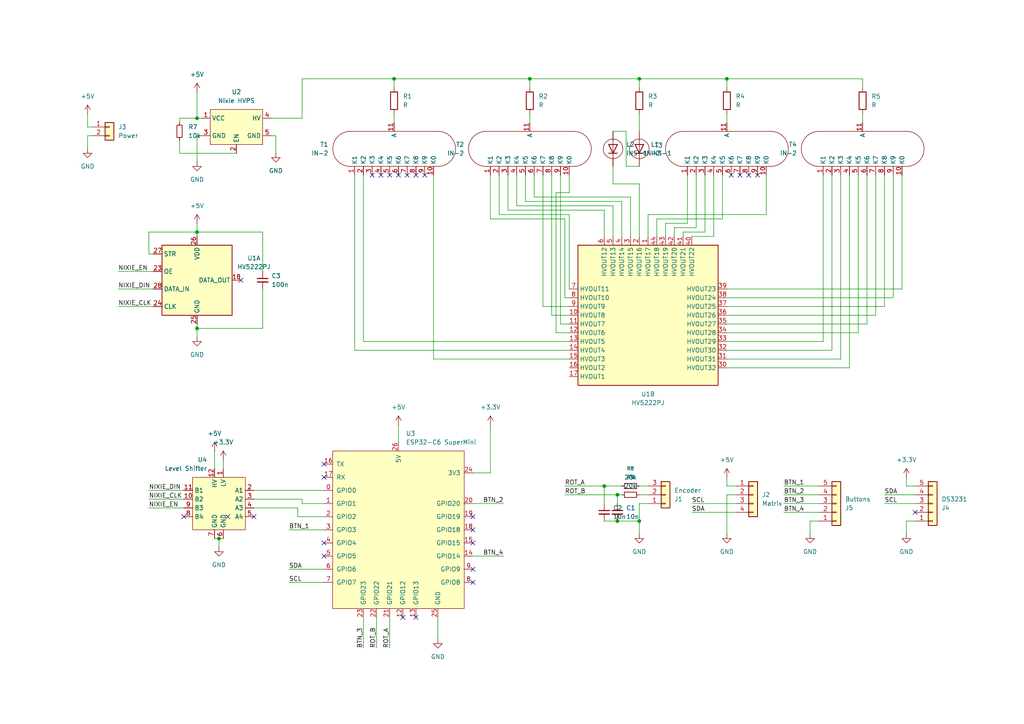
<source format=kicad_sch>
(kicad_sch (version 20250114) (generator "eeschema") (generator_version "9.0")
  (paper "A4")
  (title_block (title "IN-2 Nixie Clock") (rev "1.0") (company "StrangePlanet"))
  (lib_symbols
    (symbol "Connector_Generic:Conn_01x02" (pin_names (offset 1.016) (hide yes))
      (property "Reference" "J" (at 0 2.54 0))
      (property "Value" "Conn_01x02" (at 0 -5.08 0))
      (symbol "Conn_01x02_1_1"
        (rectangle (start -1.27 1.27) (end 1.27 -3.81) (stroke (width 0.254)) (fill (type background)))
        (rectangle (start -1.27 0.127) (end 0 -0.127) (stroke (width 0.1524)))
        (rectangle (start -1.27 -2.413) (end 0 -2.667) (stroke (width 0.1524)))
        (pin passive line (at -5.08 0 0) (length 3.81) (name "Pin_1") (number "1"))
        (pin passive line (at -5.08 -2.54 0) (length 3.81) (name "Pin_2") (number "2"))
      )
    )
    (symbol "Connector_Generic:Conn_01x03" (pin_names (offset 1.016) (hide yes))
      (property "Reference" "J" (at 0 5.08 0))
      (property "Value" "Conn_01x03" (at 0 -5.08 0))
      (symbol "Conn_01x03_1_1"
        (rectangle (start -1.27 3.81) (end 1.27 -3.81) (stroke (width 0.254)) (fill (type background)))
        (rectangle (start -1.27 2.667) (end 0 2.413) (stroke (width 0.1524)))
        (rectangle (start -1.27 0.127) (end 0 -0.127) (stroke (width 0.1524)))
        (rectangle (start -1.27 -2.413) (end 0 -2.667) (stroke (width 0.1524)))
        (pin passive line (at -5.08 2.54 0) (length 3.81) (name "Pin_1") (number "1"))
        (pin passive line (at -5.08 0 0) (length 3.81) (name "Pin_2") (number "2"))
        (pin passive line (at -5.08 -2.54 0) (length 3.81) (name "Pin_3") (number "3"))
      )
    )
    (symbol "Connector_Generic:Conn_01x04" (pin_names (offset 1.016) (hide yes))
      (property "Reference" "J" (at 0 5.08 0))
      (property "Value" "Conn_01x04" (at 0 -7.62 0))
      (symbol "Conn_01x04_1_1"
        (rectangle (start -1.27 3.81) (end 1.27 -6.35) (stroke (width 0.254)) (fill (type background)))
        (rectangle (start -1.27 2.667) (end 0 2.413) (stroke (width 0.1524)))
        (rectangle (start -1.27 0.127) (end 0 -0.127) (stroke (width 0.1524)))
        (rectangle (start -1.27 -2.413) (end 0 -2.667) (stroke (width 0.1524)))
        (rectangle (start -1.27 -4.953) (end 0 -5.207) (stroke (width 0.1524)))
        (pin passive line (at -5.08 2.54 0) (length 3.81) (name "Pin_1") (number "1"))
        (pin passive line (at -5.08 0 0) (length 3.81) (name "Pin_2") (number "2"))
        (pin passive line (at -5.08 -2.54 0) (length 3.81) (name "Pin_3") (number "3"))
        (pin passive line (at -5.08 -5.08 0) (length 3.81) (name "Pin_4") (number "4"))
      )
    )
    (symbol "Connector_Generic:Conn_01x05" (pin_names (offset 1.016) (hide yes))
      (property "Reference" "J" (at 0 7.62 0))
      (property "Value" "Conn_01x05" (at 0 -7.62 0))
      (symbol "Conn_01x05_1_1"
        (rectangle (start -1.27 6.35) (end 1.27 -6.35) (stroke (width 0.254)) (fill (type background)))
        (rectangle (start -1.27 5.207) (end 0 4.953) (stroke (width 0.1524)))
        (rectangle (start -1.27 2.667) (end 0 2.413) (stroke (width 0.1524)))
        (rectangle (start -1.27 0.127) (end 0 -0.127) (stroke (width 0.1524)))
        (rectangle (start -1.27 -2.413) (end 0 -2.667) (stroke (width 0.1524)))
        (rectangle (start -1.27 -4.953) (end 0 -5.207) (stroke (width 0.1524)))
        (pin passive line (at -5.08 5.08 0) (length 3.81) (name "Pin_1") (number "1"))
        (pin passive line (at -5.08 2.54 0) (length 3.81) (name "Pin_2") (number "2"))
        (pin passive line (at -5.08 0 0) (length 3.81) (name "Pin_3") (number "3"))
        (pin passive line (at -5.08 -2.54 0) (length 3.81) (name "Pin_4") (number "4"))
        (pin passive line (at -5.08 -5.08 0) (length 3.81) (name "Pin_5") (number "5"))
      )
    )
    (symbol "Device:C_Small" (pin_numbers (hide yes)) (pin_names (offset 0.254) (hide yes))
      (property "Reference" "C" (at 0.254 1.778 0))
      (property "Value" "C_Small" (at 0.254 -2.032 0))
      (symbol "C_Small_0_1"
        (polyline (pts (xy -1.524 0.508) (xy 1.524 0.508)) (stroke (width 0.3048)))
        (polyline (pts (xy -1.524 -0.508) (xy 1.524 -0.508)) (stroke (width 0.3302)))
      )
      (symbol "C_Small_1_1"
        (pin passive line (at 0 2.54 270) (length 2.032) (name "~") (number "1"))
        (pin passive line (at 0 -2.54 90) (length 2.032) (name "~") (number "2"))
      )
    )
    (symbol "Device:R" (pin_numbers (hide yes)) (pin_names (offset 0))
      (property "Reference" "R" (at 2.032 0 90))
      (property "Value" "R" (at 0 0 90))
      (symbol "R_0_1"
        (rectangle (start -1.016 -2.54) (end 1.016 2.54) (stroke (width 0.254)))
      )
      (symbol "R_1_1"
        (pin passive line (at 0 3.81 270) (length 1.27) (name "~") (number "1"))
        (pin passive line (at 0 -3.81 90) (length 1.27) (name "~") (number "2"))
      )
    )
    (symbol "Device:R_Small" (pin_numbers (hide yes)) (pin_names (offset 0.254) (hide yes))
      (property "Reference" "R" (at 0 0 90))
      (property "Value" "R_Small" (at 1.778 0 90))
      (symbol "R_Small_0_1"
        (rectangle (start -0.762 1.778) (end 0.762 -1.778) (stroke (width 0.2032)))
      )
      (symbol "R_Small_1_1"
        (pin passive line (at 0 2.54 270) (length 0.762) (name "~") (number "1"))
        (pin passive line (at 0 -2.54 90) (length 0.762) (name "~") (number "2"))
      )
    )
    (symbol "in-2-nixie:Adafruit_Level_Shifter"
      (property "Reference" "U" (at 4.064 8.636 0))
      (property "Value" "Level Shifter" (at 0 0 0))
      (symbol "Adafruit_Level_Shifter_0_0"
        (pin bidirectional line (at -10.16 3.81 0) (length 2.54) (name "A1") (number "2"))
        (pin bidirectional line (at -10.16 1.27 0) (length 2.54) (name "A2") (number "3"))
        (pin bidirectional line (at -10.16 -1.27 0) (length 2.54) (name "A3") (number "4"))
        (pin bidirectional line (at -10.16 -3.81 0) (length 2.54) (name "A4") (number "5"))
        (pin power_in line (at -1.27 10.16 270) (length 2.54) (name "LV") (number "1"))
        (pin power_in line (at -1.27 -10.16 90) (length 2.54) (name "GND") (number "6"))
        (pin power_in line (at 1.27 10.16 270) (length 2.54) (name "HV") (number "12"))
        (pin power_in line (at 1.27 -10.16 90) (length 2.54) (name "GND") (number "7"))
        (pin bidirectional line (at 10.16 3.81 180) (length 2.54) (name "B1") (number "11"))
        (pin bidirectional line (at 10.16 1.27 180) (length 2.54) (name "B2") (number "10"))
        (pin bidirectional line (at 10.16 -1.27 180) (length 2.54) (name "B3") (number "9"))
        (pin bidirectional line (at 10.16 -3.81 180) (length 2.54) (name "B4") (number "8"))
      )
      (symbol "Adafruit_Level_Shifter_1_1"
        (rectangle (start -7.62 7.62) (end 7.62 -7.62) (fill (type background)))
      )
    )
    (symbol "in-2-nixie:ESP32-C6-SuperMini" (pin_names (offset 1.016))
      (property "Reference" "U" (at -18.542 23.114 0))
      (property "Value" "ESP32-C6 SuperMini" (at -0.254 12.7 0))
      (symbol "ESP32-C6-SuperMini_1_0"
        (pin bidirectional line (at -10.16 -26.67 90) (length 2.54) (name "GPIO23") (number "23"))
        (pin bidirectional line (at -6.35 -26.67 90) (length 2.54) (name "GPIO22") (number "22"))
        (pin bidirectional line (at -2.54 -26.67 90) (length 2.54) (name "GPIO21") (number "21"))
        (pin bidirectional line (at 1.27 -26.67 90) (length 2.54) (name "GPIO12") (number "12"))
        (pin bidirectional line (at 5.08 -26.67 90) (length 2.54) (name "GPIO13") (number "13"))
      )
      (symbol "ESP32-C6-SuperMini_1_1"
        (rectangle (start -19.05 21.59) (end 19.05 -24.13) (fill (type background)))
        (pin output line (at -21.59 17.78 0) (length 2.54) (name "TX") (number "16"))
        (pin input line (at -21.59 13.97 0) (length 2.54) (name "RX") (number "17"))
        (pin bidirectional line (at -21.59 10.16 0) (length 2.54) (name "GPIO0") (number "0"))
        (pin bidirectional line (at -21.59 6.35 0) (length 2.54) (name "GPIO1") (number "1"))
        (pin bidirectional line (at -21.59 2.54 0) (length 2.54) (name "GPIO2") (number "2"))
        (pin bidirectional line (at -21.59 -1.27 0) (length 2.54) (name "GPIO3") (number "3"))
        (pin bidirectional line (at -21.59 -5.08 0) (length 2.54) (name "GPIO4") (number "4"))
        (pin bidirectional line (at -21.59 -8.89 0) (length 2.54) (name "GPIO5") (number "5"))
        (pin bidirectional line (at -21.59 -12.7 0) (length 2.54) (name "GPIO6") (number "6"))
        (pin bidirectional line (at -21.59 -16.51 0) (length 2.54) (name "GPIO7") (number "7"))
        (pin power_in line (at 0 24.13 270) (length 2.54) (name "5V") (number "26"))
        (pin power_in line (at 11.43 -26.67 90) (length 2.54) (name "GND") (number "25"))
        (pin power_out line (at 21.59 15.24 180) (length 2.54) (name "3V3") (number "24"))
        (pin bidirectional line (at 21.59 6.35 180) (length 2.54) (name "GPIO20") (number "20"))
        (pin bidirectional line (at 21.59 2.54 180) (length 2.54) (name "GPIO19") (number "19"))
        (pin bidirectional line (at 21.59 -1.27 180) (length 2.54) (name "GPIO18") (number "18"))
        (pin bidirectional line (at 21.59 -5.08 180) (length 2.54) (name "GPIO15") (number "15"))
        (pin bidirectional line (at 21.59 -8.89 180) (length 2.54) (name "GPIO14") (number "14"))
        (pin bidirectional line (at 21.59 -12.7 180) (length 2.54) (name "GPIO9") (number "9"))
        (pin bidirectional line (at 21.59 -16.51 180) (length 2.54) (name "GPIO8") (number "8"))
      )
    )
    (symbol "in-2-nixie:HV5222PJ"
      (property "Reference" "U" (at 2.032 11.43 0))
      (property "Value" "HV5222PJ" (at 5.842 -12.192 0))
      (symbol "HV5222PJ_1_1"
        (rectangle (start -10.16 10.16) (end 10.16 -10.16) (stroke (width 0.254)) (fill (type background)))
        (pin input line (at -12.7 7.62 0) (length 2.54) (name "STR") (number "27"))
        (pin input line (at -12.7 2.54 0) (length 2.54) (name "OE") (number "23"))
        (pin input line (at -12.7 -2.54 0) (length 2.54) (name "DATA_IN") (number "28"))
        (pin input line (at -12.7 -7.62 0) (length 2.54) (name "CLK") (number "24"))
        (pin power_in line (at 0 12.7 270) (length 2.54) (name "VDD") (number "26"))
        (pin power_in line (at 0 -12.7 90) (length 2.54) (name "GND") (number "25"))
        (pin output line (at 12.7 0 180) (length 2.54) (name "DATA_OUT") (number "18"))
        (pin no_connect line (at 26.67 10.16 180) (length 2.54) (hide yes) (name "NC") (number "29"))
        (pin no_connect line (at 26.67 6.35 180) (length 2.54) (hide yes) (name "NC") (number "22"))
        (pin no_connect line (at 26.67 2.54 180) (length 2.54) (hide yes) (name "NC") (number "19"))
        (pin no_connect line (at 26.67 -1.27 180) (length 2.54) (hide yes) (name "NC") (number "20"))
        (pin no_connect line (at 26.67 -5.08 180) (length 2.54) (hide yes) (name "NC") (number "21"))
      )
      (symbol "HV5222PJ_2_0"
        (pin open_collector line (at 22.86 -5.08 180) (length 2.54) (name "HVOUT28") (number "34"))
        (pin open_collector line (at 22.86 -7.62 180) (length 2.54) (name "HVOUT29") (number "33"))
        (pin open_collector line (at 22.86 -10.16 180) (length 2.54) (name "HVOUT30") (number "32"))
        (pin open_collector line (at 22.86 -12.7 180) (length 2.54) (name "HVOUT31") (number "31"))
        (pin open_collector line (at 22.86 -15.24 180) (length 2.54) (name "HVOUT32") (number "30"))
      )
      (symbol "HV5222PJ_2_1"
        (rectangle (start -20.32 20.32) (end 20.32 -20.3199) (stroke (width 0.254)) (fill (type background)))
        (pin open_collector line (at -22.86 7.62 0) (length 2.54) (name "HVOUT11") (number "7"))
        (pin open_collector line (at -22.86 5.08 0) (length 2.54) (name "HVOUT10") (number "8"))
        (pin open_collector line (at -22.86 2.54 0) (length 2.54) (name "HVOUT9") (number "9"))
        (pin open_collector line (at -22.86 0 0) (length 2.54) (name "HVOUT8") (number "10"))
        (pin open_collector line (at -22.86 -2.54 0) (length 2.54) (name "HVOUT7") (number "11"))
        (pin open_collector line (at -22.86 -5.08 0) (length 2.54) (name "HVOUT6") (number "12"))
        (pin open_collector line (at -22.86 -7.62 0) (length 2.54) (name "HVOUT5") (number "13"))
        (pin open_collector line (at -22.86 -10.16 0) (length 2.54) (name "HVOUT4") (number "14"))
        (pin open_collector line (at -22.86 -12.7 0) (length 2.54) (name "HVOUT3") (number "15"))
        (pin open_collector line (at -22.86 -15.24 0) (length 2.54) (name "HVOUT2") (number "16"))
        (pin open_collector line (at -22.86 -17.78 0) (length 2.54) (name "HVOUT1") (number "17"))
        (pin open_collector line (at -12.7 22.86 270) (length 2.54) (name "HVOUT12") (number "6"))
        (pin open_collector line (at -10.16 22.86 270) (length 2.54) (name "HVOUT13") (number "5"))
        (pin open_collector line (at -7.62 22.86 270) (length 2.54) (name "HVOUT14") (number "4"))
        (pin open_collector line (at -5.08 22.86 270) (length 2.54) (name "HVOUT15") (number "3"))
        (pin open_collector line (at -2.54 22.86 270) (length 2.54) (name "HVOUT16") (number "2"))
        (pin open_collector line (at 0 22.86 270) (length 2.54) (name "HVOUT17") (number "1"))
        (pin open_collector line (at 2.54 22.86 270) (length 2.54) (name "HVOUT18") (number "44"))
        (pin open_collector line (at 5.08 22.86 270) (length 2.54) (name "HVOUT19") (number "43"))
        (pin open_collector line (at 7.62 22.86 270) (length 2.54) (name "HVOUT20") (number "42"))
        (pin open_collector line (at 10.16 22.86 270) (length 2.54) (name "HVOUT21") (number "41"))
        (pin open_collector line (at 12.7 22.86 270) (length 2.54) (name "HVOUT22") (number "40"))
        (pin open_collector line (at 22.86 7.62 180) (length 2.54) (name "HVOUT23") (number "39"))
        (pin open_collector line (at 22.86 5.08 180) (length 2.54) (name "HVOUT24") (number "38"))
        (pin open_collector line (at 22.86 2.54 180) (length 2.54) (name "HVOUT25") (number "37"))
        (pin open_collector line (at 22.86 0 180) (length 2.54) (name "HVOUT26") (number "36"))
        (pin open_collector line (at 22.86 -2.54 180) (length 2.54) (name "HVOUT27") (number "35"))
      )
    )
    (symbol "in-2-nixie:IN-2_Nixie_Tube"
      (property "Reference" "T" (at 0 19.558 0))
      (property "Value" "IN-2" (at 0 0 0))
      (symbol "IN-2_Nixie_Tube_0_0"
        (pin passive line (at -7.62 11.43 0) (length 2.54) (name "K1") (number "1"))
        (pin passive line (at -7.62 8.89 0) (length 2.54) (name "K2") (number "2"))
        (pin passive line (at -7.62 6.35 0) (length 2.54) (name "K3") (number "3"))
        (pin passive line (at -7.62 3.81 0) (length 2.54) (name "K4") (number "4"))
        (pin passive line (at -7.62 1.27 0) (length 2.54) (name "K5") (number "5"))
        (pin passive line (at -7.62 -1.27 0) (length 2.54) (name "K6") (number "6"))
        (pin passive line (at -7.62 -3.81 0) (length 2.54) (name "K7") (number "7"))
        (pin passive line (at -7.62 -6.35 0) (length 2.54) (name "K8") (number "8"))
        (pin passive line (at -7.62 -8.89 0) (length 2.54) (name "K9") (number "9"))
        (pin passive line (at -7.62 -11.43 0) (length 2.54) (name "K0") (number "10"))
        (pin passive line (at 7.62 0 180) (length 2.54) (name "A") (number "11"))
      )
      (symbol "IN-2_Nixie_Tube_1_1"
        (polyline (pts (xy -5.08 -12.7) (xy -5.08 12.7)))
        (arc (start -5.08 12.7) (mid 0 17.78) (end 5.08 12.7))
        (arc (start 5.08 -12.7) (mid 0 -17.8253) (end -5.08 -12.7))
        (polyline (pts (xy 5.08 -12.7) (xy 5.08 12.7)))
      )
    )
    (symbol "in-2-nixie:INS-1_Nixie_Tube" (pin_numbers (hide yes)) (pin_names (hide yes))
      (property "Reference" "L" (at 0 4.064 0))
      (property "Value" "INS-1" (at 0 -4.064 0))
      (symbol "INS-1_Nixie_Tube_0_0"
        (pin passive line (at -5.08 0 0) (length 2.54) (name "K") (number "1"))
        (pin passive line (at 5.08 0 180) (length 2.54) (name "A") (number "2"))
      )
      (symbol "INS-1_Nixie_Tube_0_1"
        (polyline (pts (xy -2.54 0) (xy 2.54 0)))
        (polyline (pts (xy -1.27 -1.27) (xy -1.27 1.27)) (stroke (width 0.254)))
        (circle (center 0 0) (radius 2.8398))
        (polyline (pts (xy 1.27 -1.27) (xy 1.27 1.27) (xy -1.27 0) (xy 1.27 -1.27)) (stroke (width 0.254)))
      )
    )
    (symbol "in-2-nixie:Neonworks_Nixie_Power_Supply"
      (property "Reference" "U" (at 0 6.35 0))
      (property "Value" "Nixie HVPS" (at 0 0 0))
      (symbol "Neonworks_Nixie_Power_Supply_0_0"
        (pin power_in line (at -10.16 2.54 0) (length 2.54) (name "VCC") (number "1"))
        (pin power_in line (at -10.16 -2.54 0) (length 2.54) (name "GND") (number "3"))
        (pin input line (at 0 -7.62 90) (length 2.54) (name "EN") (number "2"))
        (pin power_out line (at 10.16 2.54 180) (length 2.54) (name "HV") (number "4"))
        (pin power_out line (at 10.16 -2.54 180) (length 2.54) (name "GND") (number "5"))
      )
      (symbol "Neonworks_Nixie_Power_Supply_1_1"
        (rectangle (start -7.62 5.08) (end 7.62 -5.08) (fill (type background)))
      )
    )
    (symbol "power:+3.3V" (power) (pin_numbers (hide yes)) (pin_names (offset 0) (hide yes))
      (property "Value" "+3.3V" (at 0 3.556 0))
      (symbol "+3.3V_0_1"
        (polyline (pts (xy -0.762 1.27) (xy 0 2.54)))
        (polyline (pts (xy 0 2.54) (xy 0.762 1.27)))
        (polyline (pts (xy 0 0) (xy 0 2.54)))
      )
      (symbol "+3.3V_1_1"
        (pin power_in line (at 0 0 90) (length 0) (name "~") (number "1"))
      )
    )
    (symbol "power:+5V" (power) (pin_numbers (hide yes)) (pin_names (offset 0) (hide yes))
      (property "Value" "+5V" (at 0 3.556 0))
      (symbol "+5V_0_1"
        (polyline (pts (xy -0.762 1.27) (xy 0 2.54)))
        (polyline (pts (xy 0 2.54) (xy 0.762 1.27)))
        (polyline (pts (xy 0 0) (xy 0 2.54)))
      )
      (symbol "+5V_1_1"
        (pin power_in line (at 0 0 90) (length 0) (name "~") (number "1"))
      )
    )
    (symbol "power:GND" (power) (pin_numbers (hide yes)) (pin_names (offset 0) (hide yes))
      (property "Value" "GND" (at 0 -3.81 0))
      (symbol "GND_0_1"
        (polyline (pts (xy 0 0) (xy 0 -1.27) (xy 1.27 -1.27) (xy 0 -2.54) (xy -1.27 -1.27) (xy 0 -1.27)))
      )
      (symbol "GND_1_1"
        (pin power_in line (at 0 0 270) (length 0) (name "~") (number "1"))
      )
    )
  )
  (junction (at 153.67 22.86))
  (junction (at 63.5 156.21))
  (junction (at 185.42 22.86))
  (junction (at 57.15 34.29))
  (junction (at 179.07 151.13))
  (junction (at 210.82 22.86))
  (junction (at 175.26 140.97))
  (junction (at 57.15 67.31))
  (junction (at 114.3 22.86))
  (junction (at 179.07 143.51))
  (junction (at 185.42 151.13))
  (junction (at 57.15 95.25))
  (no_connect (at 120.65 179.07))
  (no_connect (at 93.98 138.43))
  (no_connect (at 73.66 149.86))
  (no_connect (at 116.84 179.07))
  (no_connect (at 137.16 168.91))
  (no_connect (at 265.43 148.59))
  (no_connect (at 113.03 50.8))
  (no_connect (at 214.63 50.8))
  (no_connect (at 110.49 50.8))
  (no_connect (at 93.98 161.29))
  (no_connect (at 66.04 149.86))
  (no_connect (at 93.98 157.48))
  (no_connect (at 219.71 50.8))
  (no_connect (at 137.16 149.86))
  (no_connect (at 217.17 50.8))
  (no_connect (at 69.85 81.28))
  (no_connect (at 118.11 50.8))
  (no_connect (at 137.16 157.48))
  (no_connect (at 120.65 50.8))
  (no_connect (at 107.95 50.8))
  (no_connect (at 137.16 165.1))
  (no_connect (at 212.09 50.8))
  (no_connect (at 137.16 153.67))
  (no_connect (at 123.19 50.8))
  (no_connect (at 115.57 50.8))
  (no_connect (at 53.34 149.86))
  (no_connect (at 93.98 134.62))
  (wire (pts (xy 127 179.07) (xy 127 185.42)))
  (wire (pts (xy 204.47 50.8) (xy 204.47 67.31)))
  (wire (pts (xy 105.41 99.06) (xy 105.41 50.8)))
  (wire (pts (xy 177.8 68.58) (xy 177.8 59.69)))
  (wire (pts (xy 210.82 143.51) (xy 213.36 143.51)))
  (wire (pts (xy 210.82 22.86) (xy 250.19 22.86)))
  (wire (pts (xy 210.82 83.82) (xy 261.62 83.82)))
  (wire (pts (xy 177.8 59.69) (xy 149.86 59.69)))
  (wire (pts (xy 185.42 22.86) (xy 185.42 25.4)))
  (wire (pts (xy 57.15 95.25) (xy 57.15 97.79)))
  (wire (pts (xy 248.92 96.52) (xy 248.92 50.8)))
  (wire (pts (xy 25.4 33.02) (xy 25.4 36.83)))
  (wire (pts (xy 227.33 146.05) (xy 237.49 146.05)))
  (wire (pts (xy 115.57 123.19) (xy 115.57 128.27)))
  (wire (pts (xy 43.18 142.24) (xy 53.34 142.24)))
  (wire (pts (xy 180.34 58.42) (xy 152.4 58.42)))
  (wire (pts (xy 93.98 149.86) (xy 86.36 149.86)))
  (wire (pts (xy 222.25 62.23) (xy 222.25 50.8)))
  (wire (pts (xy 43.18 147.32) (xy 53.34 147.32)))
  (wire (pts (xy 198.12 68.58) (xy 198.12 67.31)))
  (wire (pts (xy 207.01 68.58) (xy 207.01 50.8)))
  (wire (pts (xy 250.19 33.02) (xy 250.19 35.56)))
  (wire (pts (xy 165.1 91.44) (xy 160.02 91.44)))
  (wire (pts (xy 200.66 146.05) (xy 213.36 146.05)))
  (wire (pts (xy 201.93 66.04) (xy 201.93 50.8)))
  (wire (pts (xy 26.67 36.83) (xy 25.4 36.83)))
  (wire (pts (xy 210.82 96.52) (xy 248.92 96.52)))
  (wire (pts (xy 153.67 22.86) (xy 153.67 25.4)))
  (wire (pts (xy 175.26 68.58) (xy 175.26 60.96)))
  (wire (pts (xy 175.26 140.97) (xy 180.34 140.97)))
  (wire (pts (xy 57.15 26.67) (xy 57.15 34.29)))
  (wire (pts (xy 250.19 22.86) (xy 250.19 25.4)))
  (wire (pts (xy 165.1 104.14) (xy 125.73 104.14)))
  (wire (pts (xy 165.1 99.06) (xy 105.41 99.06)))
  (wire (pts (xy 114.3 22.86) (xy 153.67 22.86)))
  (wire (pts (xy 198.12 67.31) (xy 204.47 67.31)))
  (wire (pts (xy 195.58 66.04) (xy 201.93 66.04)))
  (wire (pts (xy 144.78 62.23) (xy 144.78 50.8)))
  (wire (pts (xy 57.15 93.98) (xy 57.15 95.25)))
  (wire (pts (xy 160.02 50.8) (xy 160.02 91.44)))
  (wire (pts (xy 210.82 88.9) (xy 256.54 88.9)))
  (wire (pts (xy 64.77 133.35) (xy 64.77 135.89)))
  (wire (pts (xy 241.3 101.6) (xy 241.3 50.8)))
  (wire (pts (xy 78.74 34.29) (xy 87.63 34.29)))
  (wire (pts (xy 137.16 146.05) (xy 146.05 146.05)))
  (wire (pts (xy 63.5 156.21) (xy 63.5 158.75)))
  (wire (pts (xy 57.15 64.77) (xy 57.15 67.31)))
  (wire (pts (xy 76.2 95.25) (xy 57.15 95.25)))
  (wire (pts (xy 87.63 34.29) (xy 87.63 22.86)))
  (wire (pts (xy 210.82 22.86) (xy 210.82 25.4)))
  (wire (pts (xy 175.26 140.97) (xy 175.26 146.05)))
  (wire (pts (xy 246.38 106.68) (xy 246.38 50.8)))
  (wire (pts (xy 109.22 179.07) (xy 109.22 187.96)))
  (wire (pts (xy 177.8 38.1) (xy 181.61 38.1)))
  (wire (pts (xy 210.82 86.36) (xy 259.08 86.36)))
  (wire (pts (xy 180.34 68.58) (xy 180.34 58.42)))
  (wire (pts (xy 86.36 149.86) (xy 86.36 147.32)))
  (wire (pts (xy 165.1 86.36) (xy 163.83 86.36)))
  (wire (pts (xy 185.42 22.86) (xy 210.82 22.86)))
  (wire (pts (xy 210.82 143.51) (xy 210.82 154.94)))
  (wire (pts (xy 210.82 101.6) (xy 241.3 101.6)))
  (wire (pts (xy 25.4 39.37) (xy 25.4 43.18)))
  (wire (pts (xy 210.82 106.68) (xy 246.38 106.68)))
  (wire (pts (xy 52.07 34.29) (xy 52.07 35.56)))
  (wire (pts (xy 58.42 34.29) (xy 57.15 34.29)))
  (wire (pts (xy 43.18 67.31) (xy 57.15 67.31)))
  (wire (pts (xy 26.67 39.37) (xy 25.4 39.37)))
  (wire (pts (xy 265.43 151.13) (xy 262.89 151.13)))
  (wire (pts (xy 187.96 68.58) (xy 187.96 62.23)))
  (wire (pts (xy 125.73 104.14) (xy 125.73 50.8)))
  (wire (pts (xy 165.1 55.88) (xy 165.1 50.8)))
  (wire (pts (xy 185.42 140.97) (xy 187.96 140.97)))
  (wire (pts (xy 80.01 39.37) (xy 80.01 44.45)))
  (wire (pts (xy 185.42 143.51) (xy 187.96 143.51)))
  (wire (pts (xy 163.83 63.5) (xy 142.24 63.5)))
  (wire (pts (xy 200.66 148.59) (xy 213.36 148.59)))
  (wire (pts (xy 165.1 88.9) (xy 157.48 88.9)))
  (wire (pts (xy 254 91.44) (xy 254 50.8)))
  (wire (pts (xy 43.18 73.66) (xy 44.45 73.66)))
  (wire (pts (xy 83.82 168.91) (xy 93.98 168.91)))
  (wire (pts (xy 157.48 88.9) (xy 157.48 50.8)))
  (wire (pts (xy 256.54 88.9) (xy 256.54 50.8)))
  (wire (pts (xy 154.94 57.15) (xy 154.94 50.8)))
  (wire (pts (xy 265.43 140.97) (xy 262.89 140.97)))
  (wire (pts (xy 57.15 39.37) (xy 57.15 46.99)))
  (wire (pts (xy 238.76 99.06) (xy 238.76 50.8)))
  (wire (pts (xy 182.88 68.58) (xy 182.88 57.15)))
  (wire (pts (xy 200.66 68.58) (xy 207.01 68.58)))
  (wire (pts (xy 137.16 161.29) (xy 146.05 161.29)))
  (wire (pts (xy 43.18 67.31) (xy 43.18 73.66)))
  (wire (pts (xy 105.41 179.07) (xy 105.41 187.96)))
  (wire (pts (xy 213.36 140.97) (xy 210.82 140.97)))
  (wire (pts (xy 114.3 33.02) (xy 114.3 35.56)))
  (wire (pts (xy 76.2 83.82) (xy 76.2 95.25)))
  (wire (pts (xy 210.82 104.14) (xy 243.84 104.14)))
  (wire (pts (xy 210.82 91.44) (xy 254 91.44)))
  (wire (pts (xy 142.24 63.5) (xy 142.24 50.8)))
  (wire (pts (xy 199.39 64.77) (xy 199.39 50.8)))
  (wire (pts (xy 185.42 146.05) (xy 185.42 151.13)))
  (wire (pts (xy 73.66 142.24) (xy 93.98 142.24)))
  (wire (pts (xy 181.61 38.1) (xy 181.61 48.26)))
  (wire (pts (xy 57.15 67.31) (xy 57.15 68.58)))
  (wire (pts (xy 182.88 57.15) (xy 154.94 57.15)))
  (wire (pts (xy 227.33 148.59) (xy 237.49 148.59)))
  (wire (pts (xy 62.23 130.81) (xy 62.23 135.89)))
  (wire (pts (xy 262.89 140.97) (xy 262.89 138.43)))
  (wire (pts (xy 179.07 143.51) (xy 179.07 146.05)))
  (wire (pts (xy 210.82 93.98) (xy 251.46 93.98)))
  (wire (pts (xy 243.84 104.14) (xy 243.84 50.8)))
  (wire (pts (xy 52.07 34.29) (xy 57.15 34.29)))
  (wire (pts (xy 251.46 93.98) (xy 251.46 50.8)))
  (wire (pts (xy 162.56 93.98) (xy 162.56 50.8)))
  (wire (pts (xy 83.82 165.1) (xy 93.98 165.1)))
  (wire (pts (xy 153.67 22.86) (xy 185.42 22.86)))
  (wire (pts (xy 185.42 146.05) (xy 187.96 146.05)))
  (wire (pts (xy 102.87 101.6) (xy 102.87 50.8)))
  (wire (pts (xy 163.83 86.36) (xy 163.83 63.5)))
  (wire (pts (xy 165.1 96.52) (xy 161.29 96.52)))
  (wire (pts (xy 179.07 151.13) (xy 185.42 151.13)))
  (wire (pts (xy 34.29 83.82) (xy 44.45 83.82)))
  (wire (pts (xy 210.82 33.02) (xy 210.82 35.56)))
  (wire (pts (xy 256.54 146.05) (xy 265.43 146.05)))
  (wire (pts (xy 142.24 137.16) (xy 142.24 123.19)))
  (wire (pts (xy 93.98 146.05) (xy 87.63 146.05)))
  (wire (pts (xy 113.03 179.07) (xy 113.03 187.96)))
  (wire (pts (xy 149.86 59.69) (xy 149.86 50.8)))
  (wire (pts (xy 165.1 83.82) (xy 165.1 62.23)))
  (wire (pts (xy 63.5 156.21) (xy 64.77 156.21)))
  (wire (pts (xy 161.29 96.52) (xy 161.29 55.88)))
  (wire (pts (xy 175.26 60.96) (xy 147.32 60.96)))
  (wire (pts (xy 114.3 22.86) (xy 114.3 25.4)))
  (wire (pts (xy 195.58 68.58) (xy 195.58 66.04)))
  (wire (pts (xy 181.61 48.26) (xy 185.42 48.26)))
  (wire (pts (xy 137.16 137.16) (xy 142.24 137.16)))
  (wire (pts (xy 185.42 53.34) (xy 177.8 53.34)))
  (wire (pts (xy 190.5 63.5) (xy 209.55 63.5)))
  (wire (pts (xy 58.42 39.37) (xy 57.15 39.37)))
  (wire (pts (xy 76.2 67.31) (xy 57.15 67.31)))
  (wire (pts (xy 34.29 88.9) (xy 44.45 88.9)))
  (wire (pts (xy 187.96 62.23) (xy 222.25 62.23)))
  (wire (pts (xy 262.89 151.13) (xy 262.89 154.94)))
  (wire (pts (xy 153.67 33.02) (xy 153.67 35.56)))
  (wire (pts (xy 193.04 64.77) (xy 199.39 64.77)))
  (wire (pts (xy 62.23 156.21) (xy 63.5 156.21)))
  (wire (pts (xy 152.4 58.42) (xy 152.4 50.8)))
  (wire (pts (xy 163.83 143.51) (xy 179.07 143.51)))
  (wire (pts (xy 209.55 63.5) (xy 209.55 50.8)))
  (wire (pts (xy 87.63 144.78) (xy 87.63 146.05)))
  (wire (pts (xy 165.1 62.23) (xy 144.78 62.23)))
  (wire (pts (xy 234.95 151.13) (xy 234.95 154.94)))
  (wire (pts (xy 165.1 93.98) (xy 162.56 93.98)))
  (wire (pts (xy 185.42 151.13) (xy 185.42 154.94)))
  (wire (pts (xy 78.74 39.37) (xy 80.01 39.37)))
  (wire (pts (xy 210.82 140.97) (xy 210.82 138.43)))
  (wire (pts (xy 190.5 68.58) (xy 190.5 63.5)))
  (wire (pts (xy 175.26 151.13) (xy 179.07 151.13)))
  (wire (pts (xy 73.66 144.78) (xy 87.63 144.78)))
  (wire (pts (xy 163.83 140.97) (xy 175.26 140.97)))
  (wire (pts (xy 87.63 22.86) (xy 114.3 22.86)))
  (wire (pts (xy 185.42 33.02) (xy 185.42 38.1)))
  (wire (pts (xy 227.33 140.97) (xy 237.49 140.97)))
  (wire (pts (xy 43.18 144.78) (xy 53.34 144.78)))
  (wire (pts (xy 161.29 55.88) (xy 165.1 55.88)))
  (wire (pts (xy 52.07 40.64) (xy 52.07 44.45)))
  (wire (pts (xy 86.36 147.32) (xy 73.66 147.32)))
  (wire (pts (xy 177.8 53.34) (xy 177.8 48.26)))
  (wire (pts (xy 256.54 143.51) (xy 265.43 143.51)))
  (wire (pts (xy 34.29 78.74) (xy 44.45 78.74)))
  (wire (pts (xy 179.07 143.51) (xy 180.34 143.51)))
  (wire (pts (xy 227.33 143.51) (xy 237.49 143.51)))
  (wire (pts (xy 83.82 153.67) (xy 93.98 153.67)))
  (wire (pts (xy 193.04 68.58) (xy 193.04 64.77)))
  (wire (pts (xy 165.1 101.6) (xy 102.87 101.6)))
  (wire (pts (xy 185.42 68.58) (xy 185.42 53.34)))
  (wire (pts (xy 237.49 151.13) (xy 234.95 151.13)))
  (wire (pts (xy 210.82 99.06) (xy 238.76 99.06)))
  (wire (pts (xy 76.2 78.74) (xy 76.2 67.31)))
  (wire (pts (xy 261.62 83.82) (xy 261.62 50.8)))
  (wire (pts (xy 147.32 60.96) (xy 147.32 50.8)))
  (wire (pts (xy 259.08 86.36) (xy 259.08 50.8)))
  (wire (pts (xy 52.07 44.45) (xy 68.58 44.45)))
  (label "NIXIE_CLK" (at 34.29 88.9 0))
  (label "NIXIE_EN" (at 34.29 78.74 0))
  (label "BTN_2" (at 146.05 146.05 180))
  (label "BTN_4" (at 227.33 148.59 0))
  (label "NIXIE_CLK" (at 43.18 144.78 0))
  (label "ROT_B" (at 163.83 143.51 0))
  (label "NIXIE_EN" (at 43.18 147.32 0))
  (label "BTN_3" (at 227.33 146.05 0))
  (label "BTN_1" (at 83.82 153.67 0))
  (label "SCL" (at 83.82 168.91 0))
  (label "ROT_B" (at 109.22 187.96 90))
  (label "BTN_2" (at 227.33 143.51 0))
  (label "BTN_3" (at 105.41 187.96 90))
  (label "SDA" (at 83.82 165.1 0))
  (label "ROT_A" (at 163.83 140.97 0))
  (label "SDA" (at 200.66 148.59 0))
  (label "NIXIE_DIN" (at 34.29 83.82 0))
  (label "SCL" (at 200.66 146.05 0))
  (label "NIXIE_DIN" (at 43.18 142.24 0))
  (label "ROT_A" (at 113.03 187.96 90))
  (label "SDA" (at 256.54 143.51 0))
  (label "BTN_1" (at 227.33 140.97 0))
  (label "BTN_4" (at 146.05 161.29 180))
  (label "SCL" (at 256.54 146.05 0))
  (symbol (lib_id "power:GND") (at 185.42 154.94 0) (unit 1)
    (property "Reference" "#PWR02" (effects (hide yes)))
    (property "Value" "GND" (at 185.42 160.02 0))
    (property "Description" "Power symbol creates a global label with name \"GND\" , ground" (effects (hide yes)))
  )
  (symbol (lib_id "in-2-nixie:IN-2_Nixie_Tube") (at 114.3 43.18 90) (unit 1)
    (property "Reference" "T1" (at 95.25 41.9099 90) (effects (justify left)))
    (property "Value" "IN-2" (at 95.25 44.4499 90) (effects (justify left)))
    (property "Footprint" "in-2-nixie:IN-2 Nixie Tube" (effects (hide yes)))
  )
  (symbol (lib_id "Device:R_Small") (at 182.88 143.51 90) (unit 1)
    (property "Reference" "R9" (at 182.88 138.43 90) (effects (font (size 1.016 1.016))))
    (property "Value" "20k" (at 182.88 140.97 90))
    (property "Footprint" "Resistor_THT:R_Axial_DIN0207_L6.3mm_D2.5mm_P7.62mm_Horizontal" (effects (hide yes)))
    (property "Description" "Resistor, small symbol" (effects (hide yes)))
  )
  (symbol (lib_id "Connector_Generic:Conn_01x04") (at 218.44 143.51 0) (unit 1)
    (property "Reference" "J2" (at 220.98 143.5099 0) (effects (justify left)))
    (property "Value" "Matrix" (at 220.98 146.0499 0) (effects (justify left)))
    (property "Footprint" "Connector_PinHeader_2.54mm:PinHeader_1x04_P2.54mm_Vertical" (effects (hide yes)))
    (property "Description" "Generic connector, single row, 01x04, script generated (kicad-library-utils/schlib/autogen/connector/)" (effects (hide yes)))
  )
  (symbol (lib_id "Device:R") (at 114.3 29.21 180) (unit 1)
    (property "Reference" "R1" (at 116.84 27.9399 0) (effects (justify right)))
    (property "Value" "R" (at 116.84 30.4799 0) (effects (justify right)))
    (property "Footprint" "Resistor_THT:R_Axial_DIN0207_L6.3mm_D2.5mm_P7.62mm_Horizontal" (effects (hide yes)))
    (property "Description" "Resistor" (effects (hide yes)))
  )
  (symbol (lib_id "power:+5V") (at 25.4 33.02 0) (unit 1)
    (property "Reference" "#PWR03" (effects (hide yes)))
    (property "Value" "+5V" (at 25.4 27.94 0))
    (property "Description" "Power symbol creates a global label with name \"+5V\"" (effects (hide yes)))
  )
  (symbol (lib_id "Device:R") (at 185.42 29.21 180) (unit 1)
    (property "Reference" "R3" (at 187.96 27.9399 0) (effects (justify right)))
    (property "Value" "R" (at 187.96 30.4799 0) (effects (justify right)))
    (property "Footprint" "Resistor_THT:R_Axial_DIN0207_L6.3mm_D2.5mm_P7.62mm_Horizontal" (effects (hide yes)))
    (property "Description" "Resistor" (effects (hide yes)))
  )
  (symbol (lib_id "power:+3.3V") (at 64.77 133.35 0) (unit 1)
    (property "Reference" "#PWR019" (effects (hide yes)))
    (property "Value" "+3.3V" (at 64.77 128.27 0))
    (property "Description" "Power symbol creates a global label with name \"+3.3V\"" (effects (hide yes)))
  )
  (symbol (lib_id "power:+5V") (at 210.82 138.43 0) (unit 1)
    (property "Reference" "#PWR01" (effects (hide yes)))
    (property "Value" "+5V" (at 210.82 133.35 0))
    (property "Description" "Power symbol creates a global label with name \"+5V\"" (effects (hide yes)))
  )
  (symbol (lib_id "power:GND") (at 80.01 44.45 0) (unit 1)
    (property "Reference" "#PWR09" (effects (hide yes)))
    (property "Value" "GND" (at 80.01 49.53 0))
    (property "Description" "Power symbol creates a global label with name \"GND\" , ground" (effects (hide yes)))
  )
  (symbol (lib_id "Device:R_Small") (at 182.88 140.97 90) (unit 1)
    (property "Reference" "R8" (at 182.88 135.89 90) (effects (font (size 1.016 1.016))))
    (property "Value" "20k" (at 182.88 138.43 90))
    (property "Footprint" "Resistor_THT:R_Axial_DIN0207_L6.3mm_D2.5mm_P7.62mm_Horizontal" (effects (hide yes)))
    (property "Description" "Resistor, small symbol" (effects (hide yes)))
  )
  (symbol (lib_id "power:GND") (at 127 185.42 0) (unit 1)
    (property "Reference" "#PWR011" (effects (hide yes)))
    (property "Value" "GND" (at 127 190.5 0))
    (property "Description" "Power symbol creates a global label with name \"GND\" , ground" (effects (hide yes)))
  )
  (symbol (lib_id "power:GND") (at 63.5 158.75 0) (unit 1)
    (property "Reference" "#PWR017" (effects (hide yes)))
    (property "Value" "GND" (at 63.5 163.83 0))
    (property "Description" "Power symbol creates a global label with name \"GND\" , ground" (effects (hide yes)))
  )
  (symbol (lib_id "in-2-nixie:Neonworks_Nixie_Power_Supply") (at 68.58 36.83 0) (unit 1)
    (property "Reference" "U2" (at 68.58 26.67 0))
    (property "Value" "Nixie HVPS" (at 68.58 29.21 0))
    (property "Footprint" "in-2-nixie:Neonwork Nixie Power Supply" (effects (hide yes)))
  )
  (symbol (lib_id "power:GND") (at 57.15 46.99 0) (unit 1)
    (property "Reference" "#PWR08" (effects (hide yes)))
    (property "Value" "GND" (at 57.15 52.07 0))
    (property "Description" "Power symbol creates a global label with name \"GND\" , ground" (effects (hide yes)))
  )
  (symbol (lib_id "Device:C_Small") (at 175.26 148.59 0) (unit 1)
    (property "Reference" "C2" (at 177.8 147.3262 0) (effects (justify left)))
    (property "Value" "10n" (at 177.8 149.8662 0) (effects (justify left)))
    (property "Footprint" "Capacitor_THT:C_Disc_D5.0mm_W2.5mm_P5.00mm" (effects (hide yes)))
    (property "Description" "Unpolarized capacitor, small symbol" (effects (hide yes)))
  )
  (symbol (lib_id "power:+3.3V") (at 262.89 138.43 0) (unit 1)
    (property "Reference" "#PWR014" (effects (hide yes)))
    (property "Value" "+3.3V" (at 262.89 133.35 0))
    (property "Description" "Power symbol creates a global label with name \"+3.3V\"" (effects (hide yes)))
  )
  (symbol (lib_id "in-2-nixie:INS-1_Nixie_Tube") (at 177.8 43.18 90) (unit 1)
    (property "Reference" "L2" (at 181.61 41.9099 90) (effects (justify right)))
    (property "Value" "INS-1" (at 181.61 44.4499 90) (effects (justify right)))
    (property "Footprint" "in-2-nixie:INS-1 Nixie Tube" (effects (hide yes)))
  )
  (symbol (lib_id "Connector_Generic:Conn_01x05") (at 270.51 146.05 0) (mirror x) (unit 1)
    (property "Reference" "J4" (at 273.05 147.3201 0) (effects (justify left)))
    (property "Value" "DS3231" (at 273.05 144.7801 0) (effects (justify left)))
    (property "Footprint" "Connector_PinHeader_2.54mm:PinHeader_1x05_P2.54mm_Vertical" (effects (hide yes)))
    (property "Description" "Generic connector, single row, 01x05, script generated (kicad-library-utils/schlib/autogen/connector/)" (effects (hide yes)))
  )
  (symbol (lib_id "power:GND") (at 25.4 43.18 0) (unit 1)
    (property "Reference" "#PWR04" (effects (hide yes)))
    (property "Value" "GND" (at 25.4 48.26 0))
    (property "Description" "Power symbol creates a global label with name \"GND\" , ground" (effects (hide yes)))
  )
  (symbol (lib_id "Device:R_Small") (at 52.07 38.1 0) (unit 1)
    (property "Reference" "R7" (at 54.61 36.8299 0) (effects (justify left)))
    (property "Value" "10k" (at 54.61 39.3699 0) (effects (justify left)))
    (property "Footprint" "Resistor_THT:R_Axial_DIN0207_L6.3mm_D2.5mm_P7.62mm_Horizontal" (effects (hide yes)))
    (property "Description" "Resistor, small symbol" (effects (hide yes)))
  )
  (symbol (lib_id "Device:C_Small") (at 76.2 81.28 0) (unit 1)
    (property "Reference" "C3" (at 78.74 80.0162 0) (effects (justify left)))
    (property "Value" "100n" (at 78.74 82.5562 0) (effects (justify left)))
    (property "Footprint" "Capacitor_THT:C_Disc_D5.0mm_W2.5mm_P5.00mm" (effects (hide yes)))
    (property "Description" "Unpolarized capacitor, small symbol" (effects (hide yes)))
  )
  (symbol (lib_id "power:GND") (at 210.82 154.94 0) (unit 1)
    (property "Reference" "#PWR012" (effects (hide yes)))
    (property "Value" "GND" (at 210.82 160.02 0))
    (property "Description" "Power symbol creates a global label with name \"GND\" , ground" (effects (hide yes)))
  )
  (symbol (lib_id "Device:C_Small") (at 179.07 148.59 0) (unit 1)
    (property "Reference" "C1" (at 181.61 147.3262 0) (effects (justify left)))
    (property "Value" "10n" (at 181.61 149.8662 0) (effects (justify left)))
    (property "Footprint" "Capacitor_THT:C_Disc_D5.0mm_W2.5mm_P5.00mm" (effects (hide yes)))
    (property "Description" "Unpolarized capacitor, small symbol" (effects (hide yes)))
  )
  (symbol (lib_id "in-2-nixie:IN-2_Nixie_Tube") (at 153.67 43.18 90) (unit 1)
    (property "Reference" "T2" (at 134.62 41.9099 90) (effects (justify left)))
    (property "Value" "IN-2" (at 134.62 44.4499 90) (effects (justify left)))
    (property "Footprint" "in-2-nixie:IN-2 Nixie Tube" (effects (hide yes)))
  )
  (symbol (lib_id "power:+5V") (at 62.23 130.81 0) (unit 1)
    (property "Reference" "#PWR018" (effects (hide yes)))
    (property "Value" "+5V" (at 62.23 125.73 0))
    (property "Description" "Power symbol creates a global label with name \"+5V\"" (effects (hide yes)))
  )
  (symbol (lib_id "in-2-nixie:IN-2_Nixie_Tube") (at 250.19 43.18 90) (unit 1)
    (property "Reference" "T4" (at 231.14 41.9099 90) (effects (justify left)))
    (property "Value" "IN-2" (at 231.14 44.4499 90) (effects (justify left)))
    (property "Footprint" "in-2-nixie:IN-2 Nixie Tube (w. pins)" (effects (hide yes)))
  )
  (symbol (lib_id "power:+5V") (at 115.57 123.19 0) (unit 1)
    (property "Reference" "#PWR07" (effects (hide yes)))
    (property "Value" "+5V" (at 115.57 118.11 0))
    (property "Description" "Power symbol creates a global label with name \"+5V\"" (effects (hide yes)))
  )
  (symbol (lib_id "in-2-nixie:Adafruit_Level_Shifter") (at 63.5 146.05 0) (mirror y) (unit 1)
    (property "Reference" "U4" (at 60.0867 133.35 0) (effects (justify left)))
    (property "Value" "Level Shifter" (at 60.0867 135.89 0) (effects (justify left)))
    (property "Footprint" "in-2-nixie:Adafruit Level Shifter" (effects (hide yes)))
  )
  (symbol (lib_id "in-2-nixie:HV5222PJ") (at 57.15 81.28 0) (unit 1)
    (property "Reference" "U1" (at 73.66 74.8598 0))
    (property "Value" "HV5222PJ" (at 73.66 77.3998 0))
    (property "Footprint" "Package_LCC:PLCC-44_16.6x16.6mm_P1.27mm" (effects (hide yes)))
    (property "Description" "32-Channel, Serial to Parallel Converter w/ Open Drain Outputs, PLCC-44" (effects (hide yes)))
  )
  (symbol (lib_id "Connector_Generic:Conn_01x03") (at 193.04 143.51 0) (mirror x) (unit 1)
    (property "Reference" "J1" (at 195.58 144.7801 0) (effects (justify left)))
    (property "Value" "Encoder" (at 195.58 142.2401 0) (effects (justify left)))
    (property "Footprint" "Connector_PinHeader_2.54mm:PinHeader_1x03_P2.54mm_Vertical" (effects (hide yes)))
    (property "Description" "Generic connector, single row, 01x03, script generated (kicad-library-utils/schlib/autogen/connector/)" (effects (hide yes)))
  )
  (symbol (lib_id "power:+5V") (at 57.15 26.67 0) (unit 1)
    (property "Reference" "#PWR05" (effects (hide yes)))
    (property "Value" "+5V" (at 57.15 21.59 0))
    (property "Description" "Power symbol creates a global label with name \"+5V\"" (effects (hide yes)))
  )
  (symbol (lib_id "power:+5V") (at 57.15 64.77 0) (unit 1)
    (property "Reference" "#PWR06" (effects (hide yes)))
    (property "Value" "+5V" (at 57.15 59.69 0))
    (property "Description" "Power symbol creates a global label with name \"+5V\"" (effects (hide yes)))
  )
  (symbol (lib_id "Device:R") (at 153.67 29.21 180) (unit 1)
    (property "Reference" "R2" (at 156.21 27.9399 0) (effects (justify right)))
    (property "Value" "R" (at 156.21 30.4799 0) (effects (justify right)))
    (property "Footprint" "Resistor_THT:R_Axial_DIN0207_L6.3mm_D2.5mm_P7.62mm_Horizontal" (effects (hide yes)))
    (property "Description" "Resistor" (effects (hide yes)))
  )
  (symbol (lib_id "in-2-nixie:INS-1_Nixie_Tube") (at 185.42 43.18 90) (unit 1)
    (property "Reference" "L1" (at 188.722 41.91 90) (effects (justify right)))
    (property "Value" "INS-1" (at 188.722 44.45 90) (effects (justify right)))
    (property "Footprint" "in-2-nixie:INS-1 Nixie Tube" (effects (hide yes)))
  )
  (symbol (lib_id "power:+3.3V") (at 142.24 123.19 0) (unit 1)
    (property "Reference" "#PWR013" (effects (hide yes)))
    (property "Value" "+3.3V" (at 142.24 118.11 0))
    (property "Description" "Power symbol creates a global label with name \"+3.3V\"" (effects (hide yes)))
  )
  (symbol (lib_id "in-2-nixie:HV5222PJ") (at 187.96 91.44 0) (unit 2)
    (property "Reference" "U1" (at 187.96 114.3 0))
    (property "Value" "HV5222PJ" (at 187.96 116.84 0))
    (property "Footprint" "Package_LCC:PLCC-44_16.6x16.6mm_P1.27mm" (effects (hide yes)))
    (property "Description" "32-Channel, Serial to Parallel Converter w/ Open Drain Outputs, PLCC-44" (effects (hide yes)))
  )
  (symbol (lib_id "Device:R") (at 250.19 29.21 180) (unit 1)
    (property "Reference" "R5" (at 252.73 27.9399 0) (effects (justify right)))
    (property "Value" "R" (at 252.73 30.4799 0) (effects (justify right)))
    (property "Footprint" "Resistor_THT:R_Axial_DIN0207_L6.3mm_D2.5mm_P7.62mm_Horizontal" (effects (hide yes)))
    (property "Description" "Resistor" (effects (hide yes)))
  )
  (symbol (lib_id "Device:R") (at 210.82 29.21 180) (unit 1)
    (property "Reference" "R4" (at 213.36 27.9399 0) (effects (justify right)))
    (property "Value" "R" (at 213.36 30.4799 0) (effects (justify right)))
    (property "Footprint" "Resistor_THT:R_Axial_DIN0207_L6.3mm_D2.5mm_P7.62mm_Horizontal" (effects (hide yes)))
    (property "Description" "Resistor" (effects (hide yes)))
  )
  (symbol (lib_id "in-2-nixie:ESP32-C6-SuperMini") (at 115.57 152.4 0) (unit 1)
    (property "Reference" "U3" (at 117.7133 125.73 0) (effects (justify left)))
    (property "Value" "ESP32-C6 SuperMini" (at 117.7133 128.27 0) (effects (justify left)))
    (property "Footprint" "in-2-nixie:ESP32-C6 SuperMini" (effects (hide yes)))
  )
  (symbol (lib_id "Connector_Generic:Conn_01x05") (at 242.57 146.05 0) (mirror x) (unit 1)
    (property "Reference" "J5" (at 245.11 147.3201 0) (effects (justify left)))
    (property "Value" "Buttons" (at 245.11 144.7801 0) (effects (justify left)))
    (property "Footprint" "Connector_PinHeader_2.54mm:PinHeader_1x05_P2.54mm_Vertical" (effects (hide yes)))
    (property "Description" "Generic connector, single row, 01x05, script generated (kicad-library-utils/schlib/autogen/connector/)" (effects (hide yes)))
  )
  (symbol (lib_id "power:GND") (at 57.15 97.79 0) (unit 1)
    (property "Reference" "#PWR010" (effects (hide yes)))
    (property "Value" "GND" (at 57.15 102.87 0))
    (property "Description" "Power symbol creates a global label with name \"GND\" , ground" (effects (hide yes)))
  )
  (symbol (lib_id "power:GND") (at 262.89 154.94 0) (unit 1)
    (property "Reference" "#PWR015" (effects (hide yes)))
    (property "Value" "GND" (at 262.89 160.02 0))
    (property "Description" "Power symbol creates a global label with name \"GND\" , ground" (effects (hide yes)))
  )
  (symbol (lib_id "in-2-nixie:IN-2_Nixie_Tube") (at 210.82 43.18 90) (unit 1)
    (property "Reference" "T3" (at 192.278 42.164 90) (effects (justify left)))
    (property "Value" "IN-2" (at 191.77 44.45 90) (effects (justify left)))
    (property "Footprint" "in-2-nixie:IN-2 Nixie Tube" (effects (hide yes)))
  )
  (symbol (lib_id "Connector_Generic:Conn_01x02") (at 31.75 36.83 0) (unit 1)
    (property "Reference" "J3" (at 34.29 36.8299 0) (effects (justify left)))
    (property "Value" "Power" (at 34.29 39.3699 0) (effects (justify left)))
    (property "Footprint" "Connector_JST:JST_XH_B2B-XH-A_1x02_P2.50mm_Vertical" (effects (hide yes)))
    (property "Description" "Generic connector, single row, 01x02, script generated (kicad-library-utils/schlib/autogen/connector/)" (effects (hide yes)))
  )
  (symbol (lib_id "power:GND") (at 234.95 154.94 0) (unit 1)
    (property "Reference" "#PWR016" (effects (hide yes)))
    (property "Value" "GND" (at 234.95 160.02 0))
    (property "Description" "Power symbol creates a global label with name \"GND\" , ground" (effects (hide yes)))
  )
)
</source>
